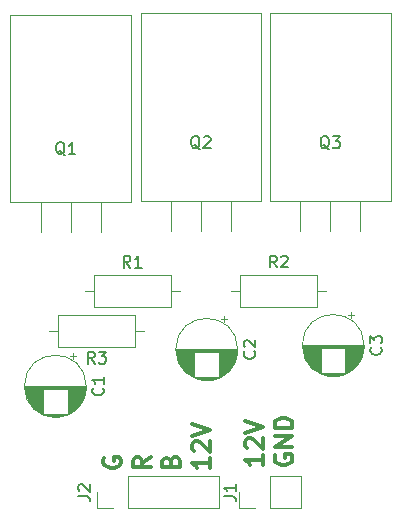
<source format=gbr>
%TF.GenerationSoftware,KiCad,Pcbnew,7.0.0-da2b9df05c~163~ubuntu20.04.1*%
%TF.CreationDate,2023-02-22T20:56:31-05:00*%
%TF.ProjectId,rgb_sw,7267625f-7377-42e6-9b69-6361645f7063,V1.0.0*%
%TF.SameCoordinates,Original*%
%TF.FileFunction,Legend,Top*%
%TF.FilePolarity,Positive*%
%FSLAX46Y46*%
G04 Gerber Fmt 4.6, Leading zero omitted, Abs format (unit mm)*
G04 Created by KiCad (PCBNEW 7.0.0-da2b9df05c~163~ubuntu20.04.1) date 2023-02-22 20:56:31*
%MOMM*%
%LPD*%
G01*
G04 APERTURE LIST*
%ADD10C,0.300000*%
%ADD11C,0.150000*%
%ADD12C,0.120000*%
G04 APERTURE END LIST*
D10*
X155745000Y-109357142D02*
X155673571Y-109500000D01*
X155673571Y-109500000D02*
X155673571Y-109714285D01*
X155673571Y-109714285D02*
X155745000Y-109928571D01*
X155745000Y-109928571D02*
X155887857Y-110071428D01*
X155887857Y-110071428D02*
X156030714Y-110142857D01*
X156030714Y-110142857D02*
X156316428Y-110214285D01*
X156316428Y-110214285D02*
X156530714Y-110214285D01*
X156530714Y-110214285D02*
X156816428Y-110142857D01*
X156816428Y-110142857D02*
X156959285Y-110071428D01*
X156959285Y-110071428D02*
X157102142Y-109928571D01*
X157102142Y-109928571D02*
X157173571Y-109714285D01*
X157173571Y-109714285D02*
X157173571Y-109571428D01*
X157173571Y-109571428D02*
X157102142Y-109357142D01*
X157102142Y-109357142D02*
X157030714Y-109285714D01*
X157030714Y-109285714D02*
X156530714Y-109285714D01*
X156530714Y-109285714D02*
X156530714Y-109571428D01*
X157173571Y-108642857D02*
X155673571Y-108642857D01*
X155673571Y-108642857D02*
X157173571Y-107785714D01*
X157173571Y-107785714D02*
X155673571Y-107785714D01*
X157173571Y-107071428D02*
X155673571Y-107071428D01*
X155673571Y-107071428D02*
X155673571Y-106714285D01*
X155673571Y-106714285D02*
X155745000Y-106499999D01*
X155745000Y-106499999D02*
X155887857Y-106357142D01*
X155887857Y-106357142D02*
X156030714Y-106285713D01*
X156030714Y-106285713D02*
X156316428Y-106214285D01*
X156316428Y-106214285D02*
X156530714Y-106214285D01*
X156530714Y-106214285D02*
X156816428Y-106285713D01*
X156816428Y-106285713D02*
X156959285Y-106357142D01*
X156959285Y-106357142D02*
X157102142Y-106499999D01*
X157102142Y-106499999D02*
X157173571Y-106714285D01*
X157173571Y-106714285D02*
X157173571Y-107071428D01*
X154673571Y-109357142D02*
X154673571Y-110214285D01*
X154673571Y-109785714D02*
X153173571Y-109785714D01*
X153173571Y-109785714D02*
X153387857Y-109928571D01*
X153387857Y-109928571D02*
X153530714Y-110071428D01*
X153530714Y-110071428D02*
X153602142Y-110214285D01*
X153316428Y-108785714D02*
X153245000Y-108714286D01*
X153245000Y-108714286D02*
X153173571Y-108571429D01*
X153173571Y-108571429D02*
X153173571Y-108214286D01*
X153173571Y-108214286D02*
X153245000Y-108071429D01*
X153245000Y-108071429D02*
X153316428Y-108000000D01*
X153316428Y-108000000D02*
X153459285Y-107928571D01*
X153459285Y-107928571D02*
X153602142Y-107928571D01*
X153602142Y-107928571D02*
X153816428Y-108000000D01*
X153816428Y-108000000D02*
X154673571Y-108857143D01*
X154673571Y-108857143D02*
X154673571Y-107928571D01*
X153173571Y-107500000D02*
X154673571Y-107000000D01*
X154673571Y-107000000D02*
X153173571Y-106500000D01*
X150173571Y-109607142D02*
X150173571Y-110464285D01*
X150173571Y-110035714D02*
X148673571Y-110035714D01*
X148673571Y-110035714D02*
X148887857Y-110178571D01*
X148887857Y-110178571D02*
X149030714Y-110321428D01*
X149030714Y-110321428D02*
X149102142Y-110464285D01*
X148816428Y-109035714D02*
X148745000Y-108964286D01*
X148745000Y-108964286D02*
X148673571Y-108821429D01*
X148673571Y-108821429D02*
X148673571Y-108464286D01*
X148673571Y-108464286D02*
X148745000Y-108321429D01*
X148745000Y-108321429D02*
X148816428Y-108250000D01*
X148816428Y-108250000D02*
X148959285Y-108178571D01*
X148959285Y-108178571D02*
X149102142Y-108178571D01*
X149102142Y-108178571D02*
X149316428Y-108250000D01*
X149316428Y-108250000D02*
X150173571Y-109107143D01*
X150173571Y-109107143D02*
X150173571Y-108178571D01*
X148673571Y-107750000D02*
X150173571Y-107250000D01*
X150173571Y-107250000D02*
X148673571Y-106750000D01*
X146887857Y-109892857D02*
X146959285Y-109678571D01*
X146959285Y-109678571D02*
X147030714Y-109607142D01*
X147030714Y-109607142D02*
X147173571Y-109535714D01*
X147173571Y-109535714D02*
X147387857Y-109535714D01*
X147387857Y-109535714D02*
X147530714Y-109607142D01*
X147530714Y-109607142D02*
X147602142Y-109678571D01*
X147602142Y-109678571D02*
X147673571Y-109821428D01*
X147673571Y-109821428D02*
X147673571Y-110392857D01*
X147673571Y-110392857D02*
X146173571Y-110392857D01*
X146173571Y-110392857D02*
X146173571Y-109892857D01*
X146173571Y-109892857D02*
X146245000Y-109750000D01*
X146245000Y-109750000D02*
X146316428Y-109678571D01*
X146316428Y-109678571D02*
X146459285Y-109607142D01*
X146459285Y-109607142D02*
X146602142Y-109607142D01*
X146602142Y-109607142D02*
X146745000Y-109678571D01*
X146745000Y-109678571D02*
X146816428Y-109750000D01*
X146816428Y-109750000D02*
X146887857Y-109892857D01*
X146887857Y-109892857D02*
X146887857Y-110392857D01*
X145173571Y-109535714D02*
X144459285Y-110035714D01*
X145173571Y-110392857D02*
X143673571Y-110392857D01*
X143673571Y-110392857D02*
X143673571Y-109821428D01*
X143673571Y-109821428D02*
X143745000Y-109678571D01*
X143745000Y-109678571D02*
X143816428Y-109607142D01*
X143816428Y-109607142D02*
X143959285Y-109535714D01*
X143959285Y-109535714D02*
X144173571Y-109535714D01*
X144173571Y-109535714D02*
X144316428Y-109607142D01*
X144316428Y-109607142D02*
X144387857Y-109678571D01*
X144387857Y-109678571D02*
X144459285Y-109821428D01*
X144459285Y-109821428D02*
X144459285Y-110392857D01*
X141245000Y-109607142D02*
X141173571Y-109750000D01*
X141173571Y-109750000D02*
X141173571Y-109964285D01*
X141173571Y-109964285D02*
X141245000Y-110178571D01*
X141245000Y-110178571D02*
X141387857Y-110321428D01*
X141387857Y-110321428D02*
X141530714Y-110392857D01*
X141530714Y-110392857D02*
X141816428Y-110464285D01*
X141816428Y-110464285D02*
X142030714Y-110464285D01*
X142030714Y-110464285D02*
X142316428Y-110392857D01*
X142316428Y-110392857D02*
X142459285Y-110321428D01*
X142459285Y-110321428D02*
X142602142Y-110178571D01*
X142602142Y-110178571D02*
X142673571Y-109964285D01*
X142673571Y-109964285D02*
X142673571Y-109821428D01*
X142673571Y-109821428D02*
X142602142Y-109607142D01*
X142602142Y-109607142D02*
X142530714Y-109535714D01*
X142530714Y-109535714D02*
X142030714Y-109535714D01*
X142030714Y-109535714D02*
X142030714Y-109821428D01*
D11*
%TO.C,R3*%
X140433333Y-101607380D02*
X140100000Y-101131190D01*
X139861905Y-101607380D02*
X139861905Y-100607380D01*
X139861905Y-100607380D02*
X140242857Y-100607380D01*
X140242857Y-100607380D02*
X140338095Y-100655000D01*
X140338095Y-100655000D02*
X140385714Y-100702619D01*
X140385714Y-100702619D02*
X140433333Y-100797857D01*
X140433333Y-100797857D02*
X140433333Y-100940714D01*
X140433333Y-100940714D02*
X140385714Y-101035952D01*
X140385714Y-101035952D02*
X140338095Y-101083571D01*
X140338095Y-101083571D02*
X140242857Y-101131190D01*
X140242857Y-101131190D02*
X139861905Y-101131190D01*
X140766667Y-100607380D02*
X141385714Y-100607380D01*
X141385714Y-100607380D02*
X141052381Y-100988333D01*
X141052381Y-100988333D02*
X141195238Y-100988333D01*
X141195238Y-100988333D02*
X141290476Y-101035952D01*
X141290476Y-101035952D02*
X141338095Y-101083571D01*
X141338095Y-101083571D02*
X141385714Y-101178809D01*
X141385714Y-101178809D02*
X141385714Y-101416904D01*
X141385714Y-101416904D02*
X141338095Y-101512142D01*
X141338095Y-101512142D02*
X141290476Y-101559761D01*
X141290476Y-101559761D02*
X141195238Y-101607380D01*
X141195238Y-101607380D02*
X140909524Y-101607380D01*
X140909524Y-101607380D02*
X140814286Y-101559761D01*
X140814286Y-101559761D02*
X140766667Y-101512142D01*
%TO.C,R2*%
X155853333Y-93477380D02*
X155520000Y-93001190D01*
X155281905Y-93477380D02*
X155281905Y-92477380D01*
X155281905Y-92477380D02*
X155662857Y-92477380D01*
X155662857Y-92477380D02*
X155758095Y-92525000D01*
X155758095Y-92525000D02*
X155805714Y-92572619D01*
X155805714Y-92572619D02*
X155853333Y-92667857D01*
X155853333Y-92667857D02*
X155853333Y-92810714D01*
X155853333Y-92810714D02*
X155805714Y-92905952D01*
X155805714Y-92905952D02*
X155758095Y-92953571D01*
X155758095Y-92953571D02*
X155662857Y-93001190D01*
X155662857Y-93001190D02*
X155281905Y-93001190D01*
X156234286Y-92572619D02*
X156281905Y-92525000D01*
X156281905Y-92525000D02*
X156377143Y-92477380D01*
X156377143Y-92477380D02*
X156615238Y-92477380D01*
X156615238Y-92477380D02*
X156710476Y-92525000D01*
X156710476Y-92525000D02*
X156758095Y-92572619D01*
X156758095Y-92572619D02*
X156805714Y-92667857D01*
X156805714Y-92667857D02*
X156805714Y-92763095D01*
X156805714Y-92763095D02*
X156758095Y-92905952D01*
X156758095Y-92905952D02*
X156186667Y-93477380D01*
X156186667Y-93477380D02*
X156805714Y-93477380D01*
%TO.C,R1*%
X143463333Y-93487380D02*
X143130000Y-93011190D01*
X142891905Y-93487380D02*
X142891905Y-92487380D01*
X142891905Y-92487380D02*
X143272857Y-92487380D01*
X143272857Y-92487380D02*
X143368095Y-92535000D01*
X143368095Y-92535000D02*
X143415714Y-92582619D01*
X143415714Y-92582619D02*
X143463333Y-92677857D01*
X143463333Y-92677857D02*
X143463333Y-92820714D01*
X143463333Y-92820714D02*
X143415714Y-92915952D01*
X143415714Y-92915952D02*
X143368095Y-92963571D01*
X143368095Y-92963571D02*
X143272857Y-93011190D01*
X143272857Y-93011190D02*
X142891905Y-93011190D01*
X144415714Y-93487380D02*
X143844286Y-93487380D01*
X144130000Y-93487380D02*
X144130000Y-92487380D01*
X144130000Y-92487380D02*
X144034762Y-92630238D01*
X144034762Y-92630238D02*
X143939524Y-92725476D01*
X143939524Y-92725476D02*
X143844286Y-92773095D01*
%TO.C,Q3*%
X160294761Y-83462619D02*
X160199523Y-83415000D01*
X160199523Y-83415000D02*
X160104285Y-83319761D01*
X160104285Y-83319761D02*
X159961428Y-83176904D01*
X159961428Y-83176904D02*
X159866190Y-83129285D01*
X159866190Y-83129285D02*
X159770952Y-83129285D01*
X159818571Y-83367380D02*
X159723333Y-83319761D01*
X159723333Y-83319761D02*
X159628095Y-83224523D01*
X159628095Y-83224523D02*
X159580476Y-83034047D01*
X159580476Y-83034047D02*
X159580476Y-82700714D01*
X159580476Y-82700714D02*
X159628095Y-82510238D01*
X159628095Y-82510238D02*
X159723333Y-82415000D01*
X159723333Y-82415000D02*
X159818571Y-82367380D01*
X159818571Y-82367380D02*
X160009047Y-82367380D01*
X160009047Y-82367380D02*
X160104285Y-82415000D01*
X160104285Y-82415000D02*
X160199523Y-82510238D01*
X160199523Y-82510238D02*
X160247142Y-82700714D01*
X160247142Y-82700714D02*
X160247142Y-83034047D01*
X160247142Y-83034047D02*
X160199523Y-83224523D01*
X160199523Y-83224523D02*
X160104285Y-83319761D01*
X160104285Y-83319761D02*
X160009047Y-83367380D01*
X160009047Y-83367380D02*
X159818571Y-83367380D01*
X160580476Y-82367380D02*
X161199523Y-82367380D01*
X161199523Y-82367380D02*
X160866190Y-82748333D01*
X160866190Y-82748333D02*
X161009047Y-82748333D01*
X161009047Y-82748333D02*
X161104285Y-82795952D01*
X161104285Y-82795952D02*
X161151904Y-82843571D01*
X161151904Y-82843571D02*
X161199523Y-82938809D01*
X161199523Y-82938809D02*
X161199523Y-83176904D01*
X161199523Y-83176904D02*
X161151904Y-83272142D01*
X161151904Y-83272142D02*
X161104285Y-83319761D01*
X161104285Y-83319761D02*
X161009047Y-83367380D01*
X161009047Y-83367380D02*
X160723333Y-83367380D01*
X160723333Y-83367380D02*
X160628095Y-83319761D01*
X160628095Y-83319761D02*
X160580476Y-83272142D01*
%TO.C,Q2*%
X149344761Y-83462619D02*
X149249523Y-83415000D01*
X149249523Y-83415000D02*
X149154285Y-83319761D01*
X149154285Y-83319761D02*
X149011428Y-83176904D01*
X149011428Y-83176904D02*
X148916190Y-83129285D01*
X148916190Y-83129285D02*
X148820952Y-83129285D01*
X148868571Y-83367380D02*
X148773333Y-83319761D01*
X148773333Y-83319761D02*
X148678095Y-83224523D01*
X148678095Y-83224523D02*
X148630476Y-83034047D01*
X148630476Y-83034047D02*
X148630476Y-82700714D01*
X148630476Y-82700714D02*
X148678095Y-82510238D01*
X148678095Y-82510238D02*
X148773333Y-82415000D01*
X148773333Y-82415000D02*
X148868571Y-82367380D01*
X148868571Y-82367380D02*
X149059047Y-82367380D01*
X149059047Y-82367380D02*
X149154285Y-82415000D01*
X149154285Y-82415000D02*
X149249523Y-82510238D01*
X149249523Y-82510238D02*
X149297142Y-82700714D01*
X149297142Y-82700714D02*
X149297142Y-83034047D01*
X149297142Y-83034047D02*
X149249523Y-83224523D01*
X149249523Y-83224523D02*
X149154285Y-83319761D01*
X149154285Y-83319761D02*
X149059047Y-83367380D01*
X149059047Y-83367380D02*
X148868571Y-83367380D01*
X149678095Y-82462619D02*
X149725714Y-82415000D01*
X149725714Y-82415000D02*
X149820952Y-82367380D01*
X149820952Y-82367380D02*
X150059047Y-82367380D01*
X150059047Y-82367380D02*
X150154285Y-82415000D01*
X150154285Y-82415000D02*
X150201904Y-82462619D01*
X150201904Y-82462619D02*
X150249523Y-82557857D01*
X150249523Y-82557857D02*
X150249523Y-82653095D01*
X150249523Y-82653095D02*
X150201904Y-82795952D01*
X150201904Y-82795952D02*
X149630476Y-83367380D01*
X149630476Y-83367380D02*
X150249523Y-83367380D01*
%TO.C,Q1*%
X137904761Y-83962619D02*
X137809523Y-83915000D01*
X137809523Y-83915000D02*
X137714285Y-83819761D01*
X137714285Y-83819761D02*
X137571428Y-83676904D01*
X137571428Y-83676904D02*
X137476190Y-83629285D01*
X137476190Y-83629285D02*
X137380952Y-83629285D01*
X137428571Y-83867380D02*
X137333333Y-83819761D01*
X137333333Y-83819761D02*
X137238095Y-83724523D01*
X137238095Y-83724523D02*
X137190476Y-83534047D01*
X137190476Y-83534047D02*
X137190476Y-83200714D01*
X137190476Y-83200714D02*
X137238095Y-83010238D01*
X137238095Y-83010238D02*
X137333333Y-82915000D01*
X137333333Y-82915000D02*
X137428571Y-82867380D01*
X137428571Y-82867380D02*
X137619047Y-82867380D01*
X137619047Y-82867380D02*
X137714285Y-82915000D01*
X137714285Y-82915000D02*
X137809523Y-83010238D01*
X137809523Y-83010238D02*
X137857142Y-83200714D01*
X137857142Y-83200714D02*
X137857142Y-83534047D01*
X137857142Y-83534047D02*
X137809523Y-83724523D01*
X137809523Y-83724523D02*
X137714285Y-83819761D01*
X137714285Y-83819761D02*
X137619047Y-83867380D01*
X137619047Y-83867380D02*
X137428571Y-83867380D01*
X138809523Y-83867380D02*
X138238095Y-83867380D01*
X138523809Y-83867380D02*
X138523809Y-82867380D01*
X138523809Y-82867380D02*
X138428571Y-83010238D01*
X138428571Y-83010238D02*
X138333333Y-83105476D01*
X138333333Y-83105476D02*
X138238095Y-83153095D01*
%TO.C,J2*%
X139037380Y-112833333D02*
X139751666Y-112833333D01*
X139751666Y-112833333D02*
X139894523Y-112880952D01*
X139894523Y-112880952D02*
X139989761Y-112976190D01*
X139989761Y-112976190D02*
X140037380Y-113119047D01*
X140037380Y-113119047D02*
X140037380Y-113214285D01*
X139132619Y-112404761D02*
X139085000Y-112357142D01*
X139085000Y-112357142D02*
X139037380Y-112261904D01*
X139037380Y-112261904D02*
X139037380Y-112023809D01*
X139037380Y-112023809D02*
X139085000Y-111928571D01*
X139085000Y-111928571D02*
X139132619Y-111880952D01*
X139132619Y-111880952D02*
X139227857Y-111833333D01*
X139227857Y-111833333D02*
X139323095Y-111833333D01*
X139323095Y-111833333D02*
X139465952Y-111880952D01*
X139465952Y-111880952D02*
X140037380Y-112452380D01*
X140037380Y-112452380D02*
X140037380Y-111833333D01*
%TO.C,J1*%
X151367380Y-112833333D02*
X152081666Y-112833333D01*
X152081666Y-112833333D02*
X152224523Y-112880952D01*
X152224523Y-112880952D02*
X152319761Y-112976190D01*
X152319761Y-112976190D02*
X152367380Y-113119047D01*
X152367380Y-113119047D02*
X152367380Y-113214285D01*
X152367380Y-111833333D02*
X152367380Y-112404761D01*
X152367380Y-112119047D02*
X151367380Y-112119047D01*
X151367380Y-112119047D02*
X151510238Y-112214285D01*
X151510238Y-112214285D02*
X151605476Y-112309523D01*
X151605476Y-112309523D02*
X151653095Y-112404761D01*
%TO.C,C3*%
X164652142Y-100241554D02*
X164699761Y-100289173D01*
X164699761Y-100289173D02*
X164747380Y-100432030D01*
X164747380Y-100432030D02*
X164747380Y-100527268D01*
X164747380Y-100527268D02*
X164699761Y-100670125D01*
X164699761Y-100670125D02*
X164604523Y-100765363D01*
X164604523Y-100765363D02*
X164509285Y-100812982D01*
X164509285Y-100812982D02*
X164318809Y-100860601D01*
X164318809Y-100860601D02*
X164175952Y-100860601D01*
X164175952Y-100860601D02*
X163985476Y-100812982D01*
X163985476Y-100812982D02*
X163890238Y-100765363D01*
X163890238Y-100765363D02*
X163795000Y-100670125D01*
X163795000Y-100670125D02*
X163747380Y-100527268D01*
X163747380Y-100527268D02*
X163747380Y-100432030D01*
X163747380Y-100432030D02*
X163795000Y-100289173D01*
X163795000Y-100289173D02*
X163842619Y-100241554D01*
X163747380Y-99908220D02*
X163747380Y-99289173D01*
X163747380Y-99289173D02*
X164128333Y-99622506D01*
X164128333Y-99622506D02*
X164128333Y-99479649D01*
X164128333Y-99479649D02*
X164175952Y-99384411D01*
X164175952Y-99384411D02*
X164223571Y-99336792D01*
X164223571Y-99336792D02*
X164318809Y-99289173D01*
X164318809Y-99289173D02*
X164556904Y-99289173D01*
X164556904Y-99289173D02*
X164652142Y-99336792D01*
X164652142Y-99336792D02*
X164699761Y-99384411D01*
X164699761Y-99384411D02*
X164747380Y-99479649D01*
X164747380Y-99479649D02*
X164747380Y-99765363D01*
X164747380Y-99765363D02*
X164699761Y-99860601D01*
X164699761Y-99860601D02*
X164652142Y-99908220D01*
%TO.C,C2*%
X153942142Y-100571554D02*
X153989761Y-100619173D01*
X153989761Y-100619173D02*
X154037380Y-100762030D01*
X154037380Y-100762030D02*
X154037380Y-100857268D01*
X154037380Y-100857268D02*
X153989761Y-101000125D01*
X153989761Y-101000125D02*
X153894523Y-101095363D01*
X153894523Y-101095363D02*
X153799285Y-101142982D01*
X153799285Y-101142982D02*
X153608809Y-101190601D01*
X153608809Y-101190601D02*
X153465952Y-101190601D01*
X153465952Y-101190601D02*
X153275476Y-101142982D01*
X153275476Y-101142982D02*
X153180238Y-101095363D01*
X153180238Y-101095363D02*
X153085000Y-101000125D01*
X153085000Y-101000125D02*
X153037380Y-100857268D01*
X153037380Y-100857268D02*
X153037380Y-100762030D01*
X153037380Y-100762030D02*
X153085000Y-100619173D01*
X153085000Y-100619173D02*
X153132619Y-100571554D01*
X153132619Y-100190601D02*
X153085000Y-100142982D01*
X153085000Y-100142982D02*
X153037380Y-100047744D01*
X153037380Y-100047744D02*
X153037380Y-99809649D01*
X153037380Y-99809649D02*
X153085000Y-99714411D01*
X153085000Y-99714411D02*
X153132619Y-99666792D01*
X153132619Y-99666792D02*
X153227857Y-99619173D01*
X153227857Y-99619173D02*
X153323095Y-99619173D01*
X153323095Y-99619173D02*
X153465952Y-99666792D01*
X153465952Y-99666792D02*
X154037380Y-100238220D01*
X154037380Y-100238220D02*
X154037380Y-99619173D01*
%TO.C,C1*%
X141122142Y-103691554D02*
X141169761Y-103739173D01*
X141169761Y-103739173D02*
X141217380Y-103882030D01*
X141217380Y-103882030D02*
X141217380Y-103977268D01*
X141217380Y-103977268D02*
X141169761Y-104120125D01*
X141169761Y-104120125D02*
X141074523Y-104215363D01*
X141074523Y-104215363D02*
X140979285Y-104262982D01*
X140979285Y-104262982D02*
X140788809Y-104310601D01*
X140788809Y-104310601D02*
X140645952Y-104310601D01*
X140645952Y-104310601D02*
X140455476Y-104262982D01*
X140455476Y-104262982D02*
X140360238Y-104215363D01*
X140360238Y-104215363D02*
X140265000Y-104120125D01*
X140265000Y-104120125D02*
X140217380Y-103977268D01*
X140217380Y-103977268D02*
X140217380Y-103882030D01*
X140217380Y-103882030D02*
X140265000Y-103739173D01*
X140265000Y-103739173D02*
X140312619Y-103691554D01*
X141217380Y-102739173D02*
X141217380Y-103310601D01*
X141217380Y-103024887D02*
X140217380Y-103024887D01*
X140217380Y-103024887D02*
X140360238Y-103120125D01*
X140360238Y-103120125D02*
X140455476Y-103215363D01*
X140455476Y-103215363D02*
X140503095Y-103310601D01*
D12*
%TO.C,R3*%
X136560000Y-98870000D02*
X137330000Y-98870000D01*
X144640000Y-98870000D02*
X143870000Y-98870000D01*
X143870000Y-100240000D02*
X143870000Y-97500000D01*
X137330000Y-97500000D02*
X137330000Y-100240000D01*
X143870000Y-97500000D02*
X137330000Y-97500000D01*
X137330000Y-100240000D02*
X143870000Y-100240000D01*
%TO.C,R2*%
X160060000Y-95480000D02*
X159290000Y-95480000D01*
X151980000Y-95480000D02*
X152750000Y-95480000D01*
X152750000Y-94110000D02*
X152750000Y-96850000D01*
X159290000Y-96850000D02*
X159290000Y-94110000D01*
X152750000Y-96850000D02*
X159290000Y-96850000D01*
X159290000Y-94110000D02*
X152750000Y-94110000D01*
%TO.C,R1*%
X146900000Y-94120000D02*
X140360000Y-94120000D01*
X140360000Y-96860000D02*
X146900000Y-96860000D01*
X146900000Y-96860000D02*
X146900000Y-94120000D01*
X140360000Y-94120000D02*
X140360000Y-96860000D01*
X139590000Y-95490000D02*
X140360000Y-95490000D01*
X147670000Y-95490000D02*
X146900000Y-95490000D01*
%TO.C,Q3*%
X155270000Y-71940000D02*
X155270000Y-87830000D01*
X155270000Y-71940000D02*
X165510000Y-71940000D01*
X165510000Y-71940000D02*
X165510000Y-87830000D01*
X155270000Y-87830000D02*
X165510000Y-87830000D01*
X160390000Y-87830000D02*
X160390000Y-90370000D01*
X162930000Y-87830000D02*
X162930000Y-90370000D01*
X157850000Y-87830000D02*
X157850000Y-90370000D01*
%TO.C,Q2*%
X144320000Y-71940000D02*
X144320000Y-87830000D01*
X144320000Y-71940000D02*
X154560000Y-71940000D01*
X154560000Y-71940000D02*
X154560000Y-87830000D01*
X144320000Y-87830000D02*
X154560000Y-87830000D01*
X149440000Y-87830000D02*
X149440000Y-90370000D01*
X151980000Y-87830000D02*
X151980000Y-90370000D01*
X146900000Y-87830000D02*
X146900000Y-90370000D01*
%TO.C,Q1*%
X133290000Y-72060000D02*
X133290000Y-87950000D01*
X133290000Y-72060000D02*
X143530000Y-72060000D01*
X143530000Y-72060000D02*
X143530000Y-87950000D01*
X133290000Y-87950000D02*
X143530000Y-87950000D01*
X138410000Y-87950000D02*
X138410000Y-90490000D01*
X140950000Y-87950000D02*
X140950000Y-90490000D01*
X135870000Y-87950000D02*
X135870000Y-90490000D01*
%TO.C,J2*%
X143270000Y-113830000D02*
X150950000Y-113830000D01*
X140670000Y-113830000D02*
X140670000Y-112500000D01*
X143270000Y-113830000D02*
X143270000Y-111170000D01*
X150950000Y-113830000D02*
X150950000Y-111170000D01*
X142000000Y-113830000D02*
X140670000Y-113830000D01*
X143270000Y-111170000D02*
X150950000Y-111170000D01*
%TO.C,J1*%
X154000000Y-113830000D02*
X152670000Y-113830000D01*
X157870000Y-113830000D02*
X157870000Y-111170000D01*
X155270000Y-113830000D02*
X157870000Y-113830000D01*
X155270000Y-113830000D02*
X155270000Y-111170000D01*
X152670000Y-113830000D02*
X152670000Y-112500000D01*
X155270000Y-111170000D02*
X157870000Y-111170000D01*
%TO.C,C3*%
X159590000Y-101155888D02*
X158282000Y-101155888D01*
X162329000Y-102035888D02*
X161670000Y-102035888D01*
X161949000Y-102315888D02*
X161670000Y-102315888D01*
X162013000Y-102275888D02*
X161670000Y-102275888D01*
X159590000Y-100554888D02*
X158094000Y-100554888D01*
X162877000Y-101355888D02*
X161670000Y-101355888D01*
X163210000Y-100074888D02*
X158050000Y-100074888D01*
X159590000Y-101235888D02*
X158320000Y-101235888D01*
X159590000Y-101915888D02*
X158804000Y-101915888D01*
X159590000Y-101515888D02*
X158481000Y-101515888D01*
X159590000Y-100795888D02*
X158150000Y-100795888D01*
X159590000Y-101555888D02*
X158508000Y-101555888D01*
X162073000Y-102235888D02*
X161670000Y-102235888D01*
X163209000Y-100154888D02*
X158051000Y-100154888D01*
X162665000Y-101675888D02*
X161670000Y-101675888D01*
X161148000Y-102635888D02*
X160112000Y-102635888D01*
X163085000Y-100875888D02*
X161670000Y-100875888D01*
X162854000Y-101395888D02*
X161670000Y-101395888D01*
X159590000Y-101195888D02*
X158301000Y-101195888D01*
X159590000Y-101995888D02*
X158887000Y-101995888D01*
X159590000Y-101715888D02*
X158626000Y-101715888D01*
X159590000Y-102315888D02*
X159311000Y-102315888D01*
X159590000Y-102355888D02*
X159379000Y-102355888D01*
X159590000Y-101875888D02*
X158766000Y-101875888D01*
X159590000Y-100634888D02*
X158110000Y-100634888D01*
X163166000Y-100554888D02*
X161670000Y-100554888D01*
X163110000Y-100795888D02*
X161670000Y-100795888D01*
X163044000Y-100995888D02*
X161670000Y-100995888D01*
X159590000Y-100754888D02*
X158139000Y-100754888D01*
X161307000Y-102595888D02*
X159953000Y-102595888D01*
X162805000Y-101475888D02*
X161670000Y-101475888D01*
X159590000Y-100835888D02*
X158162000Y-100835888D01*
X162415000Y-101955888D02*
X161670000Y-101955888D01*
X159590000Y-102235888D02*
X159187000Y-102235888D01*
X162567000Y-101795888D02*
X161670000Y-101795888D01*
X162779000Y-101515888D02*
X161670000Y-101515888D01*
X162959000Y-101195888D02*
X161670000Y-101195888D01*
X159590000Y-100434888D02*
X158074000Y-100434888D01*
X159590000Y-102275888D02*
X159247000Y-102275888D01*
X163141000Y-100674888D02*
X161670000Y-100674888D01*
X161728000Y-102435888D02*
X159532000Y-102435888D01*
X162373000Y-101995888D02*
X161670000Y-101995888D01*
X159590000Y-100314888D02*
X158061000Y-100314888D01*
X159590000Y-100594888D02*
X158102000Y-100594888D01*
X163173000Y-100514888D02*
X161670000Y-100514888D01*
X163206000Y-100234888D02*
X158054000Y-100234888D01*
X162725000Y-101595888D02*
X161670000Y-101595888D01*
X159590000Y-101315888D02*
X158362000Y-101315888D01*
X163012000Y-101075888D02*
X161670000Y-101075888D01*
X159590000Y-100714888D02*
X158129000Y-100714888D01*
X163158000Y-100594888D02*
X161670000Y-100594888D01*
X163210000Y-100114888D02*
X158050000Y-100114888D01*
X162995000Y-101115888D02*
X161670000Y-101115888D01*
X159590000Y-102075888D02*
X158977000Y-102075888D01*
X163131000Y-100714888D02*
X161670000Y-100714888D01*
X163191000Y-100394888D02*
X161670000Y-100394888D01*
X162830000Y-101435888D02*
X161670000Y-101435888D01*
X159590000Y-101675888D02*
X158595000Y-101675888D01*
X162456000Y-101915888D02*
X161670000Y-101915888D01*
X159590000Y-100474888D02*
X158080000Y-100474888D01*
X163072000Y-100915888D02*
X161670000Y-100915888D01*
X163150000Y-100634888D02*
X161670000Y-100634888D01*
X163180000Y-100474888D02*
X161670000Y-100474888D01*
X159590000Y-101475888D02*
X158455000Y-101475888D01*
X159590000Y-101035888D02*
X158232000Y-101035888D01*
X163208000Y-100194888D02*
X158052000Y-100194888D01*
X163203000Y-100274888D02*
X158057000Y-100274888D01*
X163199000Y-100314888D02*
X161670000Y-100314888D01*
X159590000Y-100674888D02*
X158119000Y-100674888D01*
X159590000Y-101955888D02*
X158845000Y-101955888D01*
X162920000Y-101275888D02*
X161670000Y-101275888D01*
X162695000Y-101635888D02*
X161670000Y-101635888D01*
X159590000Y-101115888D02*
X158265000Y-101115888D01*
X162283000Y-102075888D02*
X161670000Y-102075888D01*
X163186000Y-100434888D02*
X161670000Y-100434888D01*
X159590000Y-101795888D02*
X158693000Y-101795888D01*
X159590000Y-100915888D02*
X158188000Y-100915888D01*
X159590000Y-101635888D02*
X158565000Y-101635888D01*
X159590000Y-101355888D02*
X158383000Y-101355888D01*
X159590000Y-101835888D02*
X158729000Y-101835888D01*
X159590000Y-100875888D02*
X158175000Y-100875888D01*
X159590000Y-101395888D02*
X158406000Y-101395888D01*
X163028000Y-101035888D02*
X161670000Y-101035888D01*
X162105000Y-97270113D02*
X162105000Y-97770113D01*
X159590000Y-102115888D02*
X159025000Y-102115888D01*
X161435000Y-102555888D02*
X159825000Y-102555888D01*
X161881000Y-102355888D02*
X161670000Y-102355888D01*
X159590000Y-100955888D02*
X158202000Y-100955888D01*
X159590000Y-100354888D02*
X158065000Y-100354888D01*
X160914000Y-102675888D02*
X160346000Y-102675888D01*
X163058000Y-100955888D02*
X161670000Y-100955888D01*
X161641000Y-102475888D02*
X159619000Y-102475888D01*
X159590000Y-101075888D02*
X158248000Y-101075888D01*
X162634000Y-101715888D02*
X161670000Y-101715888D01*
X162130000Y-102195888D02*
X161670000Y-102195888D01*
X161808000Y-102395888D02*
X159452000Y-102395888D01*
X162752000Y-101555888D02*
X161670000Y-101555888D01*
X159590000Y-101435888D02*
X158430000Y-101435888D01*
X159590000Y-100995888D02*
X158216000Y-100995888D01*
X162355000Y-97520113D02*
X161855000Y-97520113D01*
X162978000Y-101155888D02*
X161670000Y-101155888D01*
X162601000Y-101755888D02*
X161670000Y-101755888D01*
X163121000Y-100754888D02*
X161670000Y-100754888D01*
X159590000Y-101595888D02*
X158535000Y-101595888D01*
X159590000Y-100394888D02*
X158069000Y-100394888D01*
X159590000Y-101275888D02*
X158340000Y-101275888D01*
X162898000Y-101315888D02*
X161670000Y-101315888D01*
X162184000Y-102155888D02*
X161670000Y-102155888D01*
X162940000Y-101235888D02*
X161670000Y-101235888D01*
X159590000Y-102155888D02*
X159076000Y-102155888D01*
X161545000Y-102515888D02*
X159715000Y-102515888D01*
X159590000Y-101755888D02*
X158659000Y-101755888D01*
X163195000Y-100354888D02*
X161670000Y-100354888D01*
X159590000Y-102195888D02*
X159130000Y-102195888D01*
X162531000Y-101835888D02*
X161670000Y-101835888D01*
X159590000Y-100514888D02*
X158087000Y-100514888D01*
X162235000Y-102115888D02*
X161670000Y-102115888D01*
X163098000Y-100835888D02*
X161670000Y-100835888D01*
X159590000Y-102035888D02*
X158931000Y-102035888D01*
X162494000Y-101875888D02*
X161670000Y-101875888D01*
X163250000Y-100074888D02*
G75*
G03*
X163250000Y-100074888I-2620000J0D01*
G01*
%TO.C,C2*%
X148880000Y-101485888D02*
X147572000Y-101485888D01*
X151619000Y-102365888D02*
X150960000Y-102365888D01*
X151239000Y-102645888D02*
X150960000Y-102645888D01*
X151303000Y-102605888D02*
X150960000Y-102605888D01*
X148880000Y-100884888D02*
X147384000Y-100884888D01*
X152167000Y-101685888D02*
X150960000Y-101685888D01*
X152500000Y-100404888D02*
X147340000Y-100404888D01*
X148880000Y-101565888D02*
X147610000Y-101565888D01*
X148880000Y-102245888D02*
X148094000Y-102245888D01*
X148880000Y-101845888D02*
X147771000Y-101845888D01*
X148880000Y-101125888D02*
X147440000Y-101125888D01*
X148880000Y-101885888D02*
X147798000Y-101885888D01*
X151363000Y-102565888D02*
X150960000Y-102565888D01*
X152499000Y-100484888D02*
X147341000Y-100484888D01*
X151955000Y-102005888D02*
X150960000Y-102005888D01*
X150438000Y-102965888D02*
X149402000Y-102965888D01*
X152375000Y-101205888D02*
X150960000Y-101205888D01*
X152144000Y-101725888D02*
X150960000Y-101725888D01*
X148880000Y-101525888D02*
X147591000Y-101525888D01*
X148880000Y-102325888D02*
X148177000Y-102325888D01*
X148880000Y-102045888D02*
X147916000Y-102045888D01*
X148880000Y-102645888D02*
X148601000Y-102645888D01*
X148880000Y-102685888D02*
X148669000Y-102685888D01*
X148880000Y-102205888D02*
X148056000Y-102205888D01*
X148880000Y-100964888D02*
X147400000Y-100964888D01*
X152456000Y-100884888D02*
X150960000Y-100884888D01*
X152400000Y-101125888D02*
X150960000Y-101125888D01*
X152334000Y-101325888D02*
X150960000Y-101325888D01*
X148880000Y-101084888D02*
X147429000Y-101084888D01*
X150597000Y-102925888D02*
X149243000Y-102925888D01*
X152095000Y-101805888D02*
X150960000Y-101805888D01*
X148880000Y-101165888D02*
X147452000Y-101165888D01*
X151705000Y-102285888D02*
X150960000Y-102285888D01*
X148880000Y-102565888D02*
X148477000Y-102565888D01*
X151857000Y-102125888D02*
X150960000Y-102125888D01*
X152069000Y-101845888D02*
X150960000Y-101845888D01*
X152249000Y-101525888D02*
X150960000Y-101525888D01*
X148880000Y-100764888D02*
X147364000Y-100764888D01*
X148880000Y-102605888D02*
X148537000Y-102605888D01*
X152431000Y-101004888D02*
X150960000Y-101004888D01*
X151018000Y-102765888D02*
X148822000Y-102765888D01*
X151663000Y-102325888D02*
X150960000Y-102325888D01*
X148880000Y-100644888D02*
X147351000Y-100644888D01*
X148880000Y-100924888D02*
X147392000Y-100924888D01*
X152463000Y-100844888D02*
X150960000Y-100844888D01*
X152496000Y-100564888D02*
X147344000Y-100564888D01*
X152015000Y-101925888D02*
X150960000Y-101925888D01*
X148880000Y-101645888D02*
X147652000Y-101645888D01*
X152302000Y-101405888D02*
X150960000Y-101405888D01*
X148880000Y-101044888D02*
X147419000Y-101044888D01*
X152448000Y-100924888D02*
X150960000Y-100924888D01*
X152500000Y-100444888D02*
X147340000Y-100444888D01*
X152285000Y-101445888D02*
X150960000Y-101445888D01*
X148880000Y-102405888D02*
X148267000Y-102405888D01*
X152421000Y-101044888D02*
X150960000Y-101044888D01*
X152481000Y-100724888D02*
X150960000Y-100724888D01*
X152120000Y-101765888D02*
X150960000Y-101765888D01*
X148880000Y-102005888D02*
X147885000Y-102005888D01*
X151746000Y-102245888D02*
X150960000Y-102245888D01*
X148880000Y-100804888D02*
X147370000Y-100804888D01*
X152362000Y-101245888D02*
X150960000Y-101245888D01*
X152440000Y-100964888D02*
X150960000Y-100964888D01*
X152470000Y-100804888D02*
X150960000Y-100804888D01*
X148880000Y-101805888D02*
X147745000Y-101805888D01*
X148880000Y-101365888D02*
X147522000Y-101365888D01*
X152498000Y-100524888D02*
X147342000Y-100524888D01*
X152493000Y-100604888D02*
X147347000Y-100604888D01*
X152489000Y-100644888D02*
X150960000Y-100644888D01*
X148880000Y-101004888D02*
X147409000Y-101004888D01*
X148880000Y-102285888D02*
X148135000Y-102285888D01*
X152210000Y-101605888D02*
X150960000Y-101605888D01*
X151985000Y-101965888D02*
X150960000Y-101965888D01*
X148880000Y-101445888D02*
X147555000Y-101445888D01*
X151573000Y-102405888D02*
X150960000Y-102405888D01*
X152476000Y-100764888D02*
X150960000Y-100764888D01*
X148880000Y-102125888D02*
X147983000Y-102125888D01*
X148880000Y-101245888D02*
X147478000Y-101245888D01*
X148880000Y-101965888D02*
X147855000Y-101965888D01*
X148880000Y-101685888D02*
X147673000Y-101685888D01*
X148880000Y-102165888D02*
X148019000Y-102165888D01*
X148880000Y-101205888D02*
X147465000Y-101205888D01*
X148880000Y-101725888D02*
X147696000Y-101725888D01*
X152318000Y-101365888D02*
X150960000Y-101365888D01*
X151395000Y-97600113D02*
X151395000Y-98100113D01*
X148880000Y-102445888D02*
X148315000Y-102445888D01*
X150725000Y-102885888D02*
X149115000Y-102885888D01*
X151171000Y-102685888D02*
X150960000Y-102685888D01*
X148880000Y-101285888D02*
X147492000Y-101285888D01*
X148880000Y-100684888D02*
X147355000Y-100684888D01*
X150204000Y-103005888D02*
X149636000Y-103005888D01*
X152348000Y-101285888D02*
X150960000Y-101285888D01*
X150931000Y-102805888D02*
X148909000Y-102805888D01*
X148880000Y-101405888D02*
X147538000Y-101405888D01*
X151924000Y-102045888D02*
X150960000Y-102045888D01*
X151420000Y-102525888D02*
X150960000Y-102525888D01*
X151098000Y-102725888D02*
X148742000Y-102725888D01*
X152042000Y-101885888D02*
X150960000Y-101885888D01*
X148880000Y-101765888D02*
X147720000Y-101765888D01*
X148880000Y-101325888D02*
X147506000Y-101325888D01*
X151645000Y-97850113D02*
X151145000Y-97850113D01*
X152268000Y-101485888D02*
X150960000Y-101485888D01*
X151891000Y-102085888D02*
X150960000Y-102085888D01*
X152411000Y-101084888D02*
X150960000Y-101084888D01*
X148880000Y-101925888D02*
X147825000Y-101925888D01*
X148880000Y-100724888D02*
X147359000Y-100724888D01*
X148880000Y-101605888D02*
X147630000Y-101605888D01*
X152188000Y-101645888D02*
X150960000Y-101645888D01*
X151474000Y-102485888D02*
X150960000Y-102485888D01*
X152230000Y-101565888D02*
X150960000Y-101565888D01*
X148880000Y-102485888D02*
X148366000Y-102485888D01*
X150835000Y-102845888D02*
X149005000Y-102845888D01*
X148880000Y-102085888D02*
X147949000Y-102085888D01*
X152485000Y-100684888D02*
X150960000Y-100684888D01*
X148880000Y-102525888D02*
X148420000Y-102525888D01*
X151821000Y-102165888D02*
X150960000Y-102165888D01*
X148880000Y-100844888D02*
X147377000Y-100844888D01*
X151525000Y-102445888D02*
X150960000Y-102445888D01*
X152388000Y-101165888D02*
X150960000Y-101165888D01*
X148880000Y-102365888D02*
X148221000Y-102365888D01*
X151784000Y-102205888D02*
X150960000Y-102205888D01*
X152540000Y-100404888D02*
G75*
G03*
X152540000Y-100404888I-2620000J0D01*
G01*
%TO.C,C1*%
X136060000Y-104605888D02*
X134752000Y-104605888D01*
X138799000Y-105485888D02*
X138140000Y-105485888D01*
X138419000Y-105765888D02*
X138140000Y-105765888D01*
X138483000Y-105725888D02*
X138140000Y-105725888D01*
X136060000Y-104004888D02*
X134564000Y-104004888D01*
X139347000Y-104805888D02*
X138140000Y-104805888D01*
X139680000Y-103524888D02*
X134520000Y-103524888D01*
X136060000Y-104685888D02*
X134790000Y-104685888D01*
X136060000Y-105365888D02*
X135274000Y-105365888D01*
X136060000Y-104965888D02*
X134951000Y-104965888D01*
X136060000Y-104245888D02*
X134620000Y-104245888D01*
X136060000Y-105005888D02*
X134978000Y-105005888D01*
X138543000Y-105685888D02*
X138140000Y-105685888D01*
X139679000Y-103604888D02*
X134521000Y-103604888D01*
X139135000Y-105125888D02*
X138140000Y-105125888D01*
X137618000Y-106085888D02*
X136582000Y-106085888D01*
X139555000Y-104325888D02*
X138140000Y-104325888D01*
X139324000Y-104845888D02*
X138140000Y-104845888D01*
X136060000Y-104645888D02*
X134771000Y-104645888D01*
X136060000Y-105445888D02*
X135357000Y-105445888D01*
X136060000Y-105165888D02*
X135096000Y-105165888D01*
X136060000Y-105765888D02*
X135781000Y-105765888D01*
X136060000Y-105805888D02*
X135849000Y-105805888D01*
X136060000Y-105325888D02*
X135236000Y-105325888D01*
X136060000Y-104084888D02*
X134580000Y-104084888D01*
X139636000Y-104004888D02*
X138140000Y-104004888D01*
X139580000Y-104245888D02*
X138140000Y-104245888D01*
X139514000Y-104445888D02*
X138140000Y-104445888D01*
X136060000Y-104204888D02*
X134609000Y-104204888D01*
X137777000Y-106045888D02*
X136423000Y-106045888D01*
X139275000Y-104925888D02*
X138140000Y-104925888D01*
X136060000Y-104285888D02*
X134632000Y-104285888D01*
X138885000Y-105405888D02*
X138140000Y-105405888D01*
X136060000Y-105685888D02*
X135657000Y-105685888D01*
X139037000Y-105245888D02*
X138140000Y-105245888D01*
X139249000Y-104965888D02*
X138140000Y-104965888D01*
X139429000Y-104645888D02*
X138140000Y-104645888D01*
X136060000Y-103884888D02*
X134544000Y-103884888D01*
X136060000Y-105725888D02*
X135717000Y-105725888D01*
X139611000Y-104124888D02*
X138140000Y-104124888D01*
X138198000Y-105885888D02*
X136002000Y-105885888D01*
X138843000Y-105445888D02*
X138140000Y-105445888D01*
X136060000Y-103764888D02*
X134531000Y-103764888D01*
X136060000Y-104044888D02*
X134572000Y-104044888D01*
X139643000Y-103964888D02*
X138140000Y-103964888D01*
X139676000Y-103684888D02*
X134524000Y-103684888D01*
X139195000Y-105045888D02*
X138140000Y-105045888D01*
X136060000Y-104765888D02*
X134832000Y-104765888D01*
X139482000Y-104525888D02*
X138140000Y-104525888D01*
X136060000Y-104164888D02*
X134599000Y-104164888D01*
X139628000Y-104044888D02*
X138140000Y-104044888D01*
X139680000Y-103564888D02*
X134520000Y-103564888D01*
X139465000Y-104565888D02*
X138140000Y-104565888D01*
X136060000Y-105525888D02*
X135447000Y-105525888D01*
X139601000Y-104164888D02*
X138140000Y-104164888D01*
X139661000Y-103844888D02*
X138140000Y-103844888D01*
X139300000Y-104885888D02*
X138140000Y-104885888D01*
X136060000Y-105125888D02*
X135065000Y-105125888D01*
X138926000Y-105365888D02*
X138140000Y-105365888D01*
X136060000Y-103924888D02*
X134550000Y-103924888D01*
X139542000Y-104365888D02*
X138140000Y-104365888D01*
X139620000Y-104084888D02*
X138140000Y-104084888D01*
X139650000Y-103924888D02*
X138140000Y-103924888D01*
X136060000Y-104925888D02*
X134925000Y-104925888D01*
X136060000Y-104485888D02*
X134702000Y-104485888D01*
X139678000Y-103644888D02*
X134522000Y-103644888D01*
X139673000Y-103724888D02*
X134527000Y-103724888D01*
X139669000Y-103764888D02*
X138140000Y-103764888D01*
X136060000Y-104124888D02*
X134589000Y-104124888D01*
X136060000Y-105405888D02*
X135315000Y-105405888D01*
X139390000Y-104725888D02*
X138140000Y-104725888D01*
X139165000Y-105085888D02*
X138140000Y-105085888D01*
X136060000Y-104565888D02*
X134735000Y-104565888D01*
X138753000Y-105525888D02*
X138140000Y-105525888D01*
X139656000Y-103884888D02*
X138140000Y-103884888D01*
X136060000Y-105245888D02*
X135163000Y-105245888D01*
X136060000Y-104365888D02*
X134658000Y-104365888D01*
X136060000Y-105085888D02*
X135035000Y-105085888D01*
X136060000Y-104805888D02*
X134853000Y-104805888D01*
X136060000Y-105285888D02*
X135199000Y-105285888D01*
X136060000Y-104325888D02*
X134645000Y-104325888D01*
X136060000Y-104845888D02*
X134876000Y-104845888D01*
X139498000Y-104485888D02*
X138140000Y-104485888D01*
X138575000Y-100720113D02*
X138575000Y-101220113D01*
X136060000Y-105565888D02*
X135495000Y-105565888D01*
X137905000Y-106005888D02*
X136295000Y-106005888D01*
X138351000Y-105805888D02*
X138140000Y-105805888D01*
X136060000Y-104405888D02*
X134672000Y-104405888D01*
X136060000Y-103804888D02*
X134535000Y-103804888D01*
X137384000Y-106125888D02*
X136816000Y-106125888D01*
X139528000Y-104405888D02*
X138140000Y-104405888D01*
X138111000Y-105925888D02*
X136089000Y-105925888D01*
X136060000Y-104525888D02*
X134718000Y-104525888D01*
X139104000Y-105165888D02*
X138140000Y-105165888D01*
X138600000Y-105645888D02*
X138140000Y-105645888D01*
X138278000Y-105845888D02*
X135922000Y-105845888D01*
X139222000Y-105005888D02*
X138140000Y-105005888D01*
X136060000Y-104885888D02*
X134900000Y-104885888D01*
X136060000Y-104445888D02*
X134686000Y-104445888D01*
X138825000Y-100970113D02*
X138325000Y-100970113D01*
X139448000Y-104605888D02*
X138140000Y-104605888D01*
X139071000Y-105205888D02*
X138140000Y-105205888D01*
X139591000Y-104204888D02*
X138140000Y-104204888D01*
X136060000Y-105045888D02*
X135005000Y-105045888D01*
X136060000Y-103844888D02*
X134539000Y-103844888D01*
X136060000Y-104725888D02*
X134810000Y-104725888D01*
X139368000Y-104765888D02*
X138140000Y-104765888D01*
X138654000Y-105605888D02*
X138140000Y-105605888D01*
X139410000Y-104685888D02*
X138140000Y-104685888D01*
X136060000Y-105605888D02*
X135546000Y-105605888D01*
X138015000Y-105965888D02*
X136185000Y-105965888D01*
X136060000Y-105205888D02*
X135129000Y-105205888D01*
X139665000Y-103804888D02*
X138140000Y-103804888D01*
X136060000Y-105645888D02*
X135600000Y-105645888D01*
X139001000Y-105285888D02*
X138140000Y-105285888D01*
X136060000Y-103964888D02*
X134557000Y-103964888D01*
X138705000Y-105565888D02*
X138140000Y-105565888D01*
X139568000Y-104285888D02*
X138140000Y-104285888D01*
X136060000Y-105485888D02*
X135401000Y-105485888D01*
X138964000Y-105325888D02*
X138140000Y-105325888D01*
X139720000Y-103524888D02*
G75*
G03*
X139720000Y-103524888I-2620000J0D01*
G01*
%TD*%
M02*

</source>
